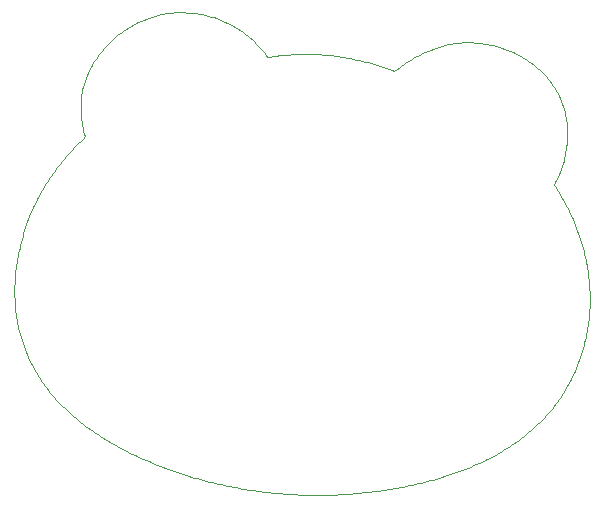
<source format=gbr>
%TF.GenerationSoftware,KiCad,Pcbnew,8.0.8*%
%TF.CreationDate,2025-02-14T08:27:58+01:00*%
%TF.ProjectId,Frog,46726f67-2e6b-4696-9361-645f70636258,rev?*%
%TF.SameCoordinates,Original*%
%TF.FileFunction,Profile,NP*%
%FSLAX46Y46*%
G04 Gerber Fmt 4.6, Leading zero omitted, Abs format (unit mm)*
G04 Created by KiCad (PCBNEW 8.0.8) date 2025-02-14 08:27:58*
%MOMM*%
%LPD*%
G01*
G04 APERTURE LIST*
%TA.AperFunction,Profile*%
%ADD10C,0.000010*%
%TD*%
G04 APERTURE END LIST*
D10*
%TO.C,frog*%
X105407937Y-63156194D02*
X105661320Y-63167395D01*
X105914273Y-63185926D01*
X106166595Y-63211704D01*
X106418087Y-63244651D01*
X106668548Y-63284685D01*
X106917778Y-63331726D01*
X107165576Y-63385693D01*
X107411742Y-63446506D01*
X107656076Y-63514083D01*
X107898377Y-63588344D01*
X108138446Y-63669209D01*
X108376082Y-63756598D01*
X108611084Y-63850428D01*
X108843253Y-63950620D01*
X109072388Y-64057093D01*
X109298289Y-64169767D01*
X109520755Y-64288560D01*
X109739587Y-64413393D01*
X109954584Y-64544184D01*
X110165545Y-64680853D01*
X110372271Y-64823319D01*
X110574561Y-64971502D01*
X110772214Y-65125322D01*
X110965031Y-65284696D01*
X111152812Y-65449545D01*
X111335355Y-65619789D01*
X111512461Y-65795346D01*
X111683930Y-65976136D01*
X111849560Y-66162078D01*
X112009153Y-66353092D01*
X112162506Y-66549097D01*
X112309421Y-66750012D01*
X112449698Y-66955757D01*
X112707475Y-66911563D01*
X112965792Y-66871193D01*
X113224602Y-66834625D01*
X113483859Y-66801839D01*
X113743516Y-66772813D01*
X114003526Y-66747526D01*
X114263843Y-66725956D01*
X114524422Y-66708083D01*
X114785214Y-66693885D01*
X115046174Y-66683340D01*
X115307256Y-66676428D01*
X115568412Y-66673127D01*
X115829597Y-66673417D01*
X116090764Y-66677275D01*
X116351866Y-66684680D01*
X116612858Y-66695612D01*
X116873692Y-66710049D01*
X117134322Y-66727970D01*
X117394703Y-66749353D01*
X117654786Y-66774177D01*
X117914526Y-66802421D01*
X118173877Y-66834064D01*
X118432791Y-66869085D01*
X118691223Y-66907462D01*
X118949127Y-66949173D01*
X119206454Y-66994199D01*
X119463160Y-67042517D01*
X119719197Y-67094106D01*
X119974520Y-67148945D01*
X120229082Y-67207012D01*
X120482835Y-67268287D01*
X120735735Y-67332749D01*
X120987734Y-67400375D01*
X121238786Y-67471145D01*
X121488845Y-67545037D01*
X121737863Y-67622030D01*
X121985796Y-67702103D01*
X122232595Y-67785235D01*
X122478215Y-67871405D01*
X122722610Y-67960590D01*
X122965732Y-68052770D01*
X123207536Y-68147924D01*
X123403719Y-67986233D01*
X123603914Y-67828470D01*
X123808000Y-67674816D01*
X124015852Y-67525449D01*
X124227349Y-67380547D01*
X124442367Y-67240289D01*
X124660784Y-67104854D01*
X124882477Y-66974420D01*
X125107322Y-66849165D01*
X125335198Y-66729269D01*
X125565982Y-66614911D01*
X125799550Y-66506267D01*
X126035779Y-66403518D01*
X126274548Y-66306842D01*
X126515733Y-66216417D01*
X126759212Y-66132423D01*
X127004861Y-66055037D01*
X127252558Y-65984438D01*
X127502181Y-65920806D01*
X127753605Y-65864317D01*
X128006709Y-65815152D01*
X128261370Y-65773489D01*
X128517464Y-65739506D01*
X128774870Y-65713382D01*
X129033464Y-65695296D01*
X129293124Y-65685425D01*
X129553726Y-65683950D01*
X129805654Y-65692134D01*
X130057405Y-65707488D01*
X130308772Y-65729941D01*
X130559548Y-65759421D01*
X130809526Y-65795856D01*
X131058499Y-65839175D01*
X131306260Y-65889306D01*
X131552602Y-65946177D01*
X131797318Y-66009717D01*
X132040202Y-66079854D01*
X132281046Y-66156516D01*
X132519643Y-66239632D01*
X132755787Y-66329130D01*
X132989270Y-66424938D01*
X133219886Y-66526985D01*
X133447427Y-66635199D01*
X133671686Y-66749508D01*
X133892458Y-66869840D01*
X134109534Y-66996125D01*
X134322708Y-67128290D01*
X134531773Y-67266263D01*
X134736521Y-67409973D01*
X134936746Y-67559349D01*
X135132242Y-67714318D01*
X135322800Y-67874810D01*
X135508214Y-68040751D01*
X135688278Y-68212071D01*
X135862783Y-68388698D01*
X136031524Y-68570560D01*
X136194293Y-68757586D01*
X136350883Y-68949703D01*
X136501088Y-69146841D01*
X136644700Y-69348927D01*
X136781783Y-69558806D01*
X136910036Y-69772411D01*
X137029555Y-69989533D01*
X137140436Y-70209962D01*
X137242776Y-70433490D01*
X137336671Y-70659907D01*
X137422218Y-70889002D01*
X137499514Y-71120568D01*
X137568655Y-71354393D01*
X137629738Y-71590269D01*
X137682859Y-71827986D01*
X137728114Y-72067334D01*
X137765601Y-72308105D01*
X137795415Y-72550088D01*
X137817654Y-72793074D01*
X137832414Y-73036854D01*
X137839791Y-73281218D01*
X137839882Y-73525956D01*
X137832784Y-73770860D01*
X137818592Y-74015719D01*
X137797405Y-74260324D01*
X137769317Y-74504465D01*
X137734426Y-74747934D01*
X137692828Y-74990520D01*
X137644620Y-75232014D01*
X137589898Y-75472207D01*
X137528759Y-75710888D01*
X137461299Y-75947849D01*
X137387616Y-76182880D01*
X137307804Y-76415772D01*
X137221962Y-76646314D01*
X137130185Y-76874298D01*
X137032570Y-77099514D01*
X136929214Y-77321753D01*
X136820213Y-77540804D01*
X136705664Y-77756459D01*
X136849641Y-77969881D01*
X136990391Y-78185357D01*
X137127893Y-78402834D01*
X137262126Y-78622259D01*
X137393071Y-78843580D01*
X137520706Y-79066743D01*
X137645011Y-79291697D01*
X137765966Y-79518388D01*
X137883550Y-79746764D01*
X137997744Y-79976772D01*
X138108525Y-80208359D01*
X138215875Y-80441474D01*
X138319771Y-80676062D01*
X138420195Y-80912071D01*
X138517126Y-81149450D01*
X138610542Y-81388144D01*
X138700424Y-81628102D01*
X138786752Y-81869271D01*
X138869504Y-82111597D01*
X138948660Y-82355029D01*
X139024200Y-82599513D01*
X139096103Y-82844998D01*
X139164349Y-83091429D01*
X139228918Y-83338756D01*
X139289789Y-83586924D01*
X139346941Y-83835882D01*
X139400354Y-84085576D01*
X139450008Y-84335954D01*
X139495882Y-84586963D01*
X139537955Y-84838551D01*
X139576208Y-85090664D01*
X139610620Y-85343251D01*
X139641169Y-85596258D01*
X139667837Y-85849634D01*
X139690602Y-86103324D01*
X139709444Y-86357277D01*
X139724343Y-86611439D01*
X139735278Y-86865759D01*
X139742228Y-87120183D01*
X139745173Y-87374659D01*
X139744093Y-87629134D01*
X139739660Y-87879490D01*
X139730972Y-88129806D01*
X139718040Y-88380008D01*
X139700877Y-88630027D01*
X139679494Y-88879789D01*
X139653903Y-89129223D01*
X139624114Y-89378258D01*
X139590141Y-89626822D01*
X139551993Y-89874843D01*
X139509683Y-90122249D01*
X139463223Y-90368970D01*
X139412623Y-90614932D01*
X139357896Y-90860066D01*
X139299054Y-91104298D01*
X139236107Y-91347557D01*
X139169067Y-91589772D01*
X139097946Y-91830871D01*
X139022756Y-92070782D01*
X138943508Y-92309434D01*
X138860213Y-92546755D01*
X138772884Y-92782673D01*
X138681531Y-93017116D01*
X138586167Y-93250013D01*
X138486803Y-93481293D01*
X138383450Y-93710883D01*
X138276121Y-93938713D01*
X138164826Y-94164709D01*
X138049577Y-94388801D01*
X137930387Y-94610917D01*
X137807266Y-94830985D01*
X137680226Y-95048934D01*
X137549278Y-95264692D01*
X137414435Y-95478187D01*
X137275707Y-95689348D01*
X137133107Y-95898103D01*
X136986646Y-96104379D01*
X136836336Y-96308107D01*
X136682187Y-96509213D01*
X136524212Y-96707627D01*
X136362423Y-96903277D01*
X136196830Y-97096090D01*
X136027446Y-97285996D01*
X135854282Y-97472922D01*
X135677350Y-97656797D01*
X135496660Y-97837549D01*
X135312226Y-98015108D01*
X135123927Y-98194002D01*
X134932808Y-98369391D01*
X134738931Y-98541308D01*
X134542357Y-98709788D01*
X134343149Y-98874866D01*
X134141367Y-99036576D01*
X133937073Y-99194953D01*
X133730329Y-99350032D01*
X133521197Y-99501848D01*
X133309738Y-99650434D01*
X133096014Y-99795826D01*
X132880086Y-99938058D01*
X132662016Y-100077166D01*
X132441866Y-100213182D01*
X132219697Y-100346143D01*
X131995571Y-100476083D01*
X131769549Y-100603036D01*
X131541693Y-100727037D01*
X131312065Y-100848121D01*
X131080727Y-100966322D01*
X130847739Y-101081675D01*
X130613164Y-101194215D01*
X130377063Y-101303976D01*
X130139497Y-101410993D01*
X129900529Y-101515300D01*
X129660220Y-101616933D01*
X129418632Y-101715925D01*
X129175825Y-101812312D01*
X128931863Y-101906128D01*
X128686806Y-101997408D01*
X128440716Y-102086185D01*
X128193655Y-102172496D01*
X127945684Y-102256375D01*
X127696865Y-102337856D01*
X127447260Y-102416973D01*
X127196929Y-102493763D01*
X126945936Y-102568258D01*
X126694341Y-102640494D01*
X126442205Y-102710506D01*
X126189592Y-102778327D01*
X125936561Y-102843994D01*
X125683176Y-102907539D01*
X125429497Y-102968999D01*
X125175585Y-103028407D01*
X124921504Y-103085799D01*
X124667314Y-103141208D01*
X124415084Y-103196029D01*
X124162451Y-103249067D01*
X123909430Y-103300323D01*
X123656033Y-103349797D01*
X123402274Y-103397489D01*
X123148166Y-103443400D01*
X122893723Y-103487530D01*
X122638957Y-103529880D01*
X122383882Y-103570448D01*
X122128512Y-103609236D01*
X121872859Y-103646243D01*
X121616937Y-103681471D01*
X121360760Y-103714919D01*
X121104340Y-103746587D01*
X120847690Y-103776476D01*
X120590825Y-103804585D01*
X120333758Y-103830916D01*
X120076501Y-103855468D01*
X119819069Y-103878241D01*
X119561474Y-103899236D01*
X119303729Y-103918454D01*
X119045849Y-103935893D01*
X118787846Y-103951555D01*
X118529734Y-103965439D01*
X118271525Y-103977546D01*
X118013234Y-103987877D01*
X117754874Y-103996430D01*
X117496457Y-104003208D01*
X117237998Y-104008209D01*
X116979509Y-104011433D01*
X116721004Y-104012882D01*
X116462496Y-104012556D01*
X116203999Y-104010454D01*
X115945525Y-104006577D01*
X115687088Y-104000925D01*
X115428702Y-103993498D01*
X115170380Y-103984297D01*
X114912134Y-103973322D01*
X114653979Y-103960572D01*
X114395927Y-103946049D01*
X114137993Y-103929752D01*
X113880188Y-103911682D01*
X113622528Y-103891839D01*
X113365024Y-103870223D01*
X113107690Y-103846834D01*
X112850539Y-103821672D01*
X112593586Y-103794739D01*
X112336842Y-103766033D01*
X112080322Y-103735556D01*
X111824039Y-103703306D01*
X111568006Y-103669286D01*
X111312236Y-103633495D01*
X111056742Y-103595932D01*
X110801539Y-103556599D01*
X110546639Y-103515495D01*
X110292056Y-103472621D01*
X110037802Y-103427978D01*
X109783891Y-103381564D01*
X109530338Y-103333381D01*
X109277153Y-103283428D01*
X109024352Y-103231706D01*
X108771948Y-103178216D01*
X108519953Y-103122956D01*
X108268381Y-103065929D01*
X108017246Y-103007133D01*
X107766560Y-102946568D01*
X107516338Y-102884237D01*
X107266591Y-102820137D01*
X107017334Y-102754270D01*
X106768580Y-102686637D01*
X106520343Y-102617236D01*
X106272635Y-102546068D01*
X106025469Y-102473134D01*
X105778860Y-102398434D01*
X105532820Y-102321968D01*
X105287364Y-102243736D01*
X105042503Y-102163738D01*
X104798251Y-102081976D01*
X104554623Y-101998448D01*
X104311630Y-101913155D01*
X104069286Y-101826097D01*
X103827606Y-101737275D01*
X103586601Y-101646689D01*
X103346285Y-101554338D01*
X103106672Y-101460224D01*
X102867775Y-101364347D01*
X102629607Y-101266706D01*
X102392182Y-101167302D01*
X102155512Y-101066135D01*
X101919611Y-100963205D01*
X101684493Y-100858513D01*
X101451606Y-100752988D01*
X101219337Y-100645232D01*
X100987763Y-100535232D01*
X100756961Y-100422974D01*
X100527010Y-100308444D01*
X100297985Y-100191629D01*
X100069965Y-100072515D01*
X99843027Y-99951088D01*
X99617248Y-99827335D01*
X99392705Y-99701243D01*
X99169476Y-99572796D01*
X98947638Y-99441983D01*
X98727269Y-99308788D01*
X98508445Y-99173200D01*
X98291244Y-99035203D01*
X98075743Y-98894785D01*
X97862020Y-98751931D01*
X97650152Y-98606628D01*
X97440216Y-98458863D01*
X97232290Y-98308621D01*
X97026450Y-98155890D01*
X96822775Y-98000655D01*
X96621341Y-97842903D01*
X96422226Y-97682620D01*
X96225507Y-97519793D01*
X96031261Y-97354407D01*
X95839566Y-97186450D01*
X95650499Y-97015908D01*
X95464138Y-96842767D01*
X95280559Y-96667013D01*
X95099841Y-96488633D01*
X94922059Y-96307613D01*
X94747292Y-96123939D01*
X94575617Y-95937599D01*
X94407112Y-95748577D01*
X94241853Y-95556862D01*
X94079917Y-95362438D01*
X93921383Y-95165292D01*
X93766328Y-94965411D01*
X93614828Y-94762781D01*
X93466961Y-94557389D01*
X93322805Y-94349220D01*
X93182437Y-94138262D01*
X93045933Y-93924500D01*
X92913372Y-93707921D01*
X92784831Y-93488511D01*
X92660387Y-93266256D01*
X92535746Y-93038563D01*
X92416381Y-92808799D01*
X92302253Y-92577042D01*
X92193324Y-92343370D01*
X92089556Y-92107861D01*
X91990911Y-91870595D01*
X91897349Y-91631648D01*
X91808832Y-91391099D01*
X91725323Y-91149027D01*
X91646783Y-90905509D01*
X91573173Y-90660624D01*
X91504456Y-90414450D01*
X91440592Y-90167066D01*
X91381544Y-89918548D01*
X91327273Y-89668977D01*
X91277740Y-89418429D01*
X91232908Y-89166984D01*
X91192738Y-88914719D01*
X91157191Y-88661713D01*
X91126230Y-88408043D01*
X91099816Y-88153788D01*
X91077910Y-87899027D01*
X91060475Y-87643837D01*
X91047471Y-87388297D01*
X91038861Y-87132484D01*
X91034607Y-86876478D01*
X91034669Y-86620356D01*
X91039009Y-86364197D01*
X91047590Y-86108079D01*
X91060372Y-85852079D01*
X91077318Y-85596277D01*
X91098389Y-85340750D01*
X91123546Y-85085577D01*
X91152752Y-84830836D01*
X91185968Y-84576605D01*
X91223155Y-84322962D01*
X91264276Y-84069986D01*
X91309291Y-83817755D01*
X91358163Y-83566346D01*
X91410854Y-83315839D01*
X91467324Y-83066312D01*
X91527535Y-82817842D01*
X91591450Y-82570508D01*
X91659030Y-82324388D01*
X91724800Y-82076149D01*
X91794796Y-81829247D01*
X91868959Y-81583705D01*
X91947231Y-81339547D01*
X92029553Y-81096793D01*
X92115866Y-80855468D01*
X92206111Y-80615593D01*
X92300230Y-80377193D01*
X92398164Y-80140288D01*
X92499854Y-79904903D01*
X92605241Y-79671059D01*
X92714267Y-79438780D01*
X92826873Y-79208088D01*
X92943000Y-78979005D01*
X93062590Y-78751556D01*
X93185583Y-78525761D01*
X93311921Y-78301644D01*
X93441546Y-78079228D01*
X93574397Y-77858536D01*
X93710418Y-77639589D01*
X93849549Y-77422412D01*
X93991730Y-77207025D01*
X94136905Y-76993453D01*
X94285013Y-76781718D01*
X94435996Y-76571843D01*
X94589796Y-76363850D01*
X94746353Y-76157761D01*
X94905609Y-75953601D01*
X95067504Y-75751391D01*
X95231982Y-75551154D01*
X95398982Y-75352913D01*
X95568446Y-75156690D01*
X95740314Y-74962509D01*
X95914530Y-74770392D01*
X96091033Y-74580361D01*
X96269764Y-74392440D01*
X96450667Y-74206651D01*
X96633680Y-74023017D01*
X96818746Y-73841560D01*
X97005806Y-73662303D01*
X96937071Y-73420620D01*
X96875186Y-73176861D01*
X96820275Y-72931276D01*
X96772461Y-72684114D01*
X96731869Y-72435626D01*
X96698622Y-72186062D01*
X96672844Y-71935671D01*
X96654658Y-71684705D01*
X96644190Y-71433413D01*
X96641562Y-71182044D01*
X96646898Y-70930850D01*
X96660322Y-70680080D01*
X96681958Y-70429984D01*
X96711930Y-70180812D01*
X96750362Y-69932814D01*
X96797377Y-69686241D01*
X96853099Y-69441342D01*
X96917653Y-69198368D01*
X96991161Y-68957568D01*
X97073748Y-68719193D01*
X97165537Y-68483492D01*
X97266653Y-68250716D01*
X97371230Y-68031019D01*
X97482457Y-67814360D01*
X97600185Y-67600870D01*
X97724264Y-67390685D01*
X97854544Y-67183937D01*
X97990874Y-66980761D01*
X98133104Y-66781290D01*
X98281084Y-66585658D01*
X98434665Y-66393998D01*
X98593695Y-66206445D01*
X98758025Y-66023132D01*
X98927506Y-65844192D01*
X99101985Y-65669759D01*
X99281315Y-65499968D01*
X99465344Y-65334951D01*
X99653922Y-65174843D01*
X99846899Y-65019777D01*
X100044126Y-64869887D01*
X100245452Y-64725306D01*
X100450726Y-64586169D01*
X100659799Y-64452608D01*
X100872522Y-64324759D01*
X101088742Y-64202753D01*
X101308311Y-64086726D01*
X101531079Y-63976810D01*
X101756895Y-63873140D01*
X101985609Y-63775849D01*
X102217071Y-63685071D01*
X102451131Y-63600939D01*
X102687638Y-63523588D01*
X102926444Y-63453151D01*
X103167397Y-63389761D01*
X103410348Y-63333553D01*
X103655146Y-63284659D01*
X103901641Y-63243215D01*
X104149684Y-63209353D01*
X104399123Y-63183207D01*
X104649810Y-63164911D01*
X104901593Y-63154598D01*
X105154324Y-63152403D01*
X105407937Y-63156194D01*
%TD*%
M02*

</source>
